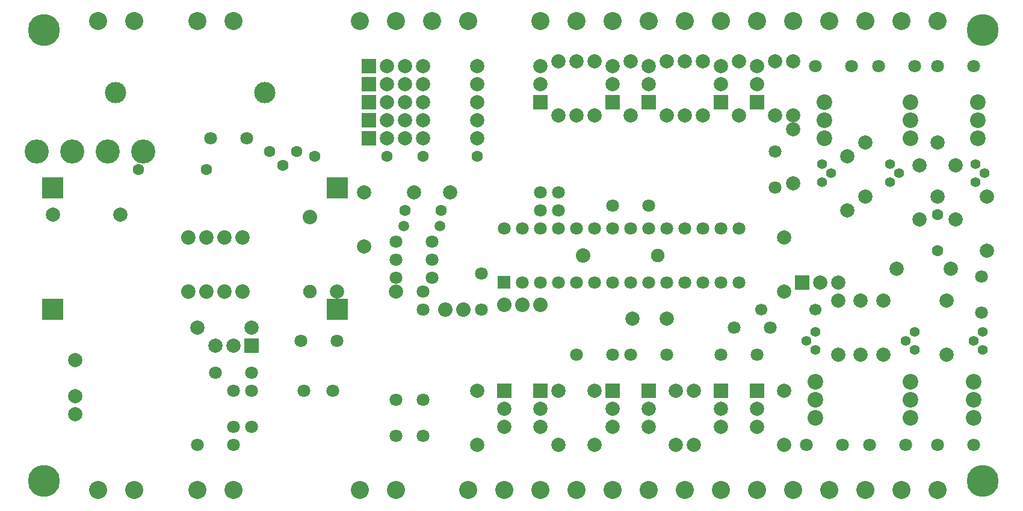
<source format=gbr>
%FSLAX34Y34*%
%MOMM*%
%LNCOPPER_TOP*%
G71*
G01*
%ADD10C, 4.50*%
%ADD11C, 1.80*%
%ADD12C, 2.54*%
%ADD13C, 2.00*%
%ADD14C, 2.03*%
%ADD15C, 1.91*%
%ADD16C, 2.04*%
%ADD17C, 1.80*%
%ADD18C, 2.00*%
%ADD19C, 1.60*%
%ADD20C, 1.50*%
%ADD21C, 2.04*%
%ADD22C, 1.70*%
%ADD23C, 3.00*%
%ADD24C, 3.40*%
%ADD25C, 2.00*%
%ADD26C, 2.20*%
%ADD27C, 1.40*%
%LPD*%
X88900Y-107950D02*
G54D10*
D03*
X88900Y-742950D02*
G54D10*
D03*
X1409700Y-107950D02*
G54D10*
D03*
X1409700Y-742950D02*
G54D10*
D03*
G36*
X86600Y-315200D02*
X116600Y-315200D01*
X116600Y-345200D01*
X86600Y-345200D01*
X86600Y-315200D01*
G37*
G36*
X86600Y-486650D02*
X116600Y-486650D01*
X116600Y-516650D01*
X86600Y-516650D01*
X86600Y-486650D01*
G37*
G36*
X486650Y-486650D02*
X516650Y-486650D01*
X516650Y-516650D01*
X486650Y-516650D01*
X486650Y-486650D01*
G37*
G36*
X486650Y-315200D02*
X516650Y-315200D01*
X516650Y-345200D01*
X486650Y-345200D01*
X486650Y-315200D01*
G37*
G36*
X727600Y-454550D02*
X745600Y-454550D01*
X745600Y-472550D01*
X727600Y-472550D01*
X727600Y-454550D01*
G37*
X762000Y-463550D02*
G54D11*
D03*
X787400Y-463550D02*
G54D11*
D03*
X812800Y-463550D02*
G54D11*
D03*
X838200Y-463550D02*
G54D11*
D03*
X863600Y-463550D02*
G54D11*
D03*
X889000Y-463550D02*
G54D11*
D03*
X914400Y-463550D02*
G54D11*
D03*
X939800Y-463550D02*
G54D11*
D03*
X965200Y-463550D02*
G54D11*
D03*
X990600Y-463550D02*
G54D11*
D03*
X1016000Y-463550D02*
G54D11*
D03*
X1041400Y-463550D02*
G54D11*
D03*
X1066800Y-463550D02*
G54D11*
D03*
X1066800Y-387350D02*
G54D11*
D03*
X1041400Y-387350D02*
G54D11*
D03*
X1016000Y-387350D02*
G54D11*
D03*
X990600Y-387350D02*
G54D11*
D03*
X965200Y-387350D02*
G54D11*
D03*
X939800Y-387350D02*
G54D11*
D03*
X914400Y-387350D02*
G54D11*
D03*
X889000Y-387350D02*
G54D11*
D03*
X863600Y-387350D02*
G54D11*
D03*
X838200Y-387350D02*
G54D11*
D03*
X812800Y-387350D02*
G54D11*
D03*
X787400Y-387350D02*
G54D11*
D03*
X762000Y-387350D02*
G54D11*
D03*
X736600Y-387350D02*
G54D11*
D03*
X215900Y-755650D02*
G54D12*
D03*
X165100Y-755650D02*
G54D12*
D03*
X165100Y-95250D02*
G54D12*
D03*
X215900Y-95250D02*
G54D12*
D03*
X304800Y-95250D02*
G54D12*
D03*
X355600Y-95250D02*
G54D12*
D03*
X1295400Y-755650D02*
G54D12*
D03*
X1244600Y-755650D02*
G54D12*
D03*
X1346200Y-755650D02*
G54D12*
D03*
X1143000Y-755650D02*
G54D12*
D03*
X1092200Y-755650D02*
G54D12*
D03*
X1193800Y-755650D02*
G54D12*
D03*
X990600Y-755650D02*
G54D12*
D03*
X939800Y-755650D02*
G54D12*
D03*
X1041400Y-755650D02*
G54D12*
D03*
X838200Y-755650D02*
G54D12*
D03*
X787400Y-755650D02*
G54D12*
D03*
X889000Y-755650D02*
G54D12*
D03*
X584200Y-755650D02*
G54D12*
D03*
X533400Y-755650D02*
G54D12*
D03*
X355600Y-755650D02*
G54D12*
D03*
X304800Y-755650D02*
G54D12*
D03*
X133320Y-649319D02*
G54D13*
D03*
X133320Y-573119D02*
G54D13*
D03*
X368300Y-476250D02*
G54D14*
D03*
X342900Y-476250D02*
G54D14*
D03*
X317500Y-476250D02*
G54D14*
D03*
X292100Y-476250D02*
G54D14*
D03*
X368300Y-400050D02*
G54D14*
D03*
X342900Y-400050D02*
G54D14*
D03*
X317500Y-400050D02*
G54D14*
D03*
X292100Y-400050D02*
G54D14*
D03*
X463550Y-476250D02*
G54D15*
D03*
X463550Y-371475D02*
G54D16*
D03*
X304800Y-527050D02*
G54D13*
D03*
X381000Y-527050D02*
G54D13*
D03*
X304800Y-692150D02*
G54D17*
D03*
X355600Y-692150D02*
G54D17*
D03*
X330200Y-590550D02*
G54D17*
D03*
X381000Y-590550D02*
G54D17*
D03*
X381000Y-666750D02*
G54D17*
D03*
X381000Y-615950D02*
G54D17*
D03*
X355600Y-615950D02*
G54D17*
D03*
X355600Y-666750D02*
G54D17*
D03*
G36*
X391000Y-562450D02*
X371000Y-562450D01*
X371000Y-542450D01*
X391000Y-542450D01*
X391000Y-562450D01*
G37*
X355600Y-552450D02*
G54D18*
D03*
X330200Y-552450D02*
G54D18*
D03*
X450850Y-546100D02*
G54D17*
D03*
X501650Y-546100D02*
G54D17*
D03*
X495300Y-615950D02*
G54D17*
D03*
X455300Y-615950D02*
G54D17*
D03*
G36*
X746600Y-605950D02*
X746600Y-625950D01*
X726600Y-625950D01*
X726600Y-605950D01*
X746600Y-605950D01*
G37*
X736600Y-641350D02*
G54D18*
D03*
X736600Y-666750D02*
G54D18*
D03*
G36*
X797400Y-605950D02*
X797400Y-625950D01*
X777400Y-625950D01*
X777400Y-605950D01*
X797400Y-605950D01*
G37*
X787400Y-641350D02*
G54D18*
D03*
X787400Y-666750D02*
G54D18*
D03*
G36*
X899000Y-605950D02*
X899000Y-625950D01*
X879000Y-625950D01*
X879000Y-605950D01*
X899000Y-605950D01*
G37*
X889000Y-641350D02*
G54D18*
D03*
X889000Y-666750D02*
G54D18*
D03*
G36*
X949800Y-605950D02*
X949800Y-625950D01*
X929800Y-625950D01*
X929800Y-605950D01*
X949800Y-605950D01*
G37*
X939800Y-641350D02*
G54D18*
D03*
X939800Y-666750D02*
G54D18*
D03*
G36*
X1051400Y-605950D02*
X1051400Y-625950D01*
X1031400Y-625950D01*
X1031400Y-605950D01*
X1051400Y-605950D01*
G37*
X1041400Y-641350D02*
G54D18*
D03*
X1041400Y-666750D02*
G54D18*
D03*
G36*
X1102200Y-605950D02*
X1102200Y-625950D01*
X1082200Y-625950D01*
X1082200Y-605950D01*
X1102200Y-605950D01*
G37*
X1092200Y-641350D02*
G54D18*
D03*
X1092200Y-666750D02*
G54D18*
D03*
X698500Y-692150D02*
G54D13*
D03*
X698500Y-615950D02*
G54D13*
D03*
X812800Y-615950D02*
G54D13*
D03*
X812800Y-692150D02*
G54D13*
D03*
X863600Y-615950D02*
G54D13*
D03*
X863600Y-692150D02*
G54D13*
D03*
X977900Y-615950D02*
G54D13*
D03*
X977900Y-692150D02*
G54D13*
D03*
X1003300Y-615950D02*
G54D13*
D03*
X1003300Y-692150D02*
G54D13*
D03*
X1130300Y-615950D02*
G54D13*
D03*
X1130300Y-692150D02*
G54D13*
D03*
X622300Y-628650D02*
G54D17*
D03*
X622300Y-679450D02*
G54D17*
D03*
X584200Y-628650D02*
G54D17*
D03*
X584200Y-679450D02*
G54D17*
D03*
X838200Y-565150D02*
G54D17*
D03*
X889000Y-565150D02*
G54D17*
D03*
X914400Y-565150D02*
G54D17*
D03*
X965200Y-565150D02*
G54D17*
D03*
X965200Y-514350D02*
G54D13*
D03*
X916800Y-514350D02*
G54D13*
D03*
X1041400Y-565150D02*
G54D17*
D03*
X1092200Y-565150D02*
G54D17*
D03*
X1060450Y-527050D02*
G54D17*
D03*
X1111250Y-527050D02*
G54D17*
D03*
X1295400Y-95250D02*
G54D12*
D03*
X1346200Y-95250D02*
G54D12*
D03*
X1244600Y-95250D02*
G54D12*
D03*
X1143000Y-95250D02*
G54D12*
D03*
X1193800Y-95250D02*
G54D12*
D03*
X1092200Y-95250D02*
G54D12*
D03*
X990600Y-95250D02*
G54D12*
D03*
X1041400Y-95250D02*
G54D12*
D03*
X939800Y-95250D02*
G54D12*
D03*
X838200Y-95250D02*
G54D12*
D03*
X889000Y-95250D02*
G54D12*
D03*
X787400Y-95250D02*
G54D12*
D03*
X533400Y-95250D02*
G54D12*
D03*
X584200Y-95250D02*
G54D12*
D03*
X1346130Y-368380D02*
G54D19*
D03*
X1346130Y-419180D02*
G54D19*
D03*
G36*
X1082200Y-219550D02*
X1082200Y-199550D01*
X1102200Y-199550D01*
X1102200Y-219550D01*
X1082200Y-219550D01*
G37*
X1092200Y-184150D02*
G54D18*
D03*
X1092200Y-158750D02*
G54D18*
D03*
G36*
X1031400Y-219550D02*
X1031400Y-199550D01*
X1051400Y-199550D01*
X1051400Y-219550D01*
X1031400Y-219550D01*
G37*
X1041400Y-184150D02*
G54D18*
D03*
X1041400Y-158750D02*
G54D18*
D03*
G36*
X929800Y-219550D02*
X929800Y-199550D01*
X949800Y-199550D01*
X949800Y-219550D01*
X929800Y-219550D01*
G37*
X939800Y-184150D02*
G54D18*
D03*
X939800Y-158750D02*
G54D18*
D03*
G36*
X879000Y-219550D02*
X879000Y-199550D01*
X899000Y-199550D01*
X899000Y-219550D01*
X879000Y-219550D01*
G37*
X889000Y-184150D02*
G54D18*
D03*
X889000Y-158750D02*
G54D18*
D03*
G36*
X777400Y-219550D02*
X777400Y-199550D01*
X797400Y-199550D01*
X797400Y-219550D01*
X777400Y-219550D01*
G37*
X787400Y-184150D02*
G54D18*
D03*
X787400Y-158750D02*
G54D18*
D03*
X1117600Y-152400D02*
G54D13*
D03*
X1117600Y-228600D02*
G54D13*
D03*
X1143000Y-152400D02*
G54D13*
D03*
X1143000Y-228600D02*
G54D13*
D03*
X1066800Y-152400D02*
G54D13*
D03*
X1066800Y-228600D02*
G54D13*
D03*
X1016000Y-152400D02*
G54D13*
D03*
X1016000Y-228600D02*
G54D13*
D03*
X965200Y-152400D02*
G54D13*
D03*
X965200Y-228600D02*
G54D13*
D03*
X990600Y-152400D02*
G54D13*
D03*
X990600Y-228600D02*
G54D13*
D03*
X914400Y-152400D02*
G54D13*
D03*
X914400Y-228600D02*
G54D13*
D03*
X863600Y-152400D02*
G54D13*
D03*
X863600Y-228600D02*
G54D13*
D03*
X838200Y-152400D02*
G54D13*
D03*
X838200Y-228600D02*
G54D13*
D03*
X812800Y-152400D02*
G54D13*
D03*
X812800Y-228600D02*
G54D13*
D03*
G36*
X536100Y-148750D02*
X556100Y-148750D01*
X556100Y-168750D01*
X536100Y-168750D01*
X536100Y-148750D01*
G37*
X571500Y-158750D02*
G54D18*
D03*
X596900Y-158750D02*
G54D18*
D03*
G36*
X536100Y-174150D02*
X556100Y-174150D01*
X556100Y-194150D01*
X536100Y-194150D01*
X536100Y-174150D01*
G37*
X571500Y-184150D02*
G54D18*
D03*
X596900Y-184150D02*
G54D18*
D03*
G36*
X536100Y-199550D02*
X556100Y-199550D01*
X556100Y-219550D01*
X536100Y-219550D01*
X536100Y-199550D01*
G37*
X571500Y-209550D02*
G54D18*
D03*
X596900Y-209550D02*
G54D18*
D03*
G36*
X536100Y-224950D02*
X556100Y-224950D01*
X556100Y-244950D01*
X536100Y-244950D01*
X536100Y-224950D01*
G37*
X571500Y-234950D02*
G54D18*
D03*
X596900Y-234950D02*
G54D18*
D03*
G36*
X536100Y-250350D02*
X556100Y-250350D01*
X556100Y-270350D01*
X536100Y-270350D01*
X536100Y-250350D01*
G37*
X571500Y-260350D02*
G54D18*
D03*
X596900Y-260350D02*
G54D18*
D03*
X622300Y-158750D02*
G54D13*
D03*
X698500Y-158750D02*
G54D13*
D03*
X622300Y-184150D02*
G54D13*
D03*
X698500Y-184150D02*
G54D13*
D03*
X622300Y-209550D02*
G54D13*
D03*
X698500Y-209550D02*
G54D13*
D03*
X622300Y-234950D02*
G54D13*
D03*
X698500Y-234950D02*
G54D13*
D03*
X622300Y-260350D02*
G54D13*
D03*
X698500Y-260350D02*
G54D13*
D03*
X1143000Y-247650D02*
G54D13*
D03*
X1143000Y-323850D02*
G54D13*
D03*
X1117600Y-279400D02*
G54D17*
D03*
X1117600Y-330200D02*
G54D17*
D03*
X812800Y-336550D02*
G54D17*
D03*
X812800Y-361950D02*
G54D17*
D03*
X787400Y-361950D02*
G54D17*
D03*
X787400Y-336550D02*
G54D17*
D03*
X609600Y-336550D02*
G54D13*
D03*
X660400Y-336550D02*
G54D13*
D03*
X595312Y-384175D02*
G54D20*
D03*
X646112Y-384175D02*
G54D20*
D03*
X596900Y-361950D02*
G54D19*
D03*
X647700Y-361950D02*
G54D19*
D03*
X584200Y-406400D02*
G54D17*
D03*
X635000Y-406400D02*
G54D17*
D03*
X584200Y-431800D02*
G54D17*
D03*
X635000Y-431800D02*
G54D17*
D03*
X584200Y-457200D02*
G54D17*
D03*
X635000Y-457200D02*
G54D17*
D03*
X952500Y-425450D02*
G54D15*
D03*
X847725Y-425450D02*
G54D16*
D03*
X584200Y-476250D02*
G54D13*
D03*
X501650Y-476250D02*
G54D13*
D03*
X889000Y-355600D02*
G54D17*
D03*
X939800Y-355600D02*
G54D17*
D03*
X133320Y-623919D02*
G54D13*
D03*
X635000Y-95250D02*
G54D12*
D03*
X685800Y-95250D02*
G54D12*
D03*
X736600Y-755650D02*
G54D12*
D03*
X685800Y-755650D02*
G54D12*
D03*
X787400Y-495300D02*
G54D21*
D03*
X762000Y-495300D02*
G54D21*
D03*
X736442Y-495342D02*
G54D21*
D03*
X704850Y-450850D02*
G54D17*
D03*
X704850Y-501650D02*
G54D17*
D03*
X679450Y-501650D02*
G54D21*
D03*
X654050Y-501650D02*
G54D21*
D03*
X1098550Y-501650D02*
G54D22*
D03*
X1174750Y-501650D02*
G54D22*
D03*
G36*
X1145700Y-453550D02*
X1165700Y-453550D01*
X1165700Y-473550D01*
X1145700Y-473550D01*
X1145700Y-453550D01*
G37*
X1181100Y-463550D02*
G54D18*
D03*
X1206500Y-463550D02*
G54D18*
D03*
X190088Y-195900D02*
G54D23*
D03*
X399638Y-195900D02*
G54D23*
D03*
X228600Y-279400D02*
G54D24*
D03*
X178600Y-279400D02*
G54D24*
D03*
X128600Y-279400D02*
G54D24*
D03*
X78600Y-279400D02*
G54D24*
D03*
X101600Y-368300D02*
G54D25*
D03*
X196850Y-368300D02*
G54D25*
D03*
X622300Y-501650D02*
G54D17*
D03*
X622300Y-476250D02*
G54D17*
D03*
X1403350Y-260350D02*
G54D26*
D03*
X1403350Y-234950D02*
G54D26*
D03*
X1403350Y-209550D02*
G54D26*
D03*
X1187450Y-260350D02*
G54D26*
D03*
X1187450Y-234950D02*
G54D26*
D03*
X1187450Y-209550D02*
G54D26*
D03*
X1308100Y-260350D02*
G54D26*
D03*
X1308100Y-234950D02*
G54D26*
D03*
X1308100Y-209550D02*
G54D26*
D03*
X1225550Y-158750D02*
G54D17*
D03*
X1174750Y-158750D02*
G54D17*
D03*
X1263650Y-158750D02*
G54D17*
D03*
X1314450Y-158750D02*
G54D17*
D03*
X1346200Y-158750D02*
G54D17*
D03*
X1397000Y-158750D02*
G54D17*
D03*
X1219200Y-285750D02*
G54D13*
D03*
X1219200Y-361950D02*
G54D13*
D03*
X1244600Y-342900D02*
G54D13*
D03*
X1244600Y-266700D02*
G54D13*
D03*
X1184064Y-297250D02*
G54D27*
D03*
X1196763Y-309950D02*
G54D27*
D03*
X1184063Y-322650D02*
G54D27*
D03*
X1279314Y-297249D02*
G54D27*
D03*
X1292014Y-309950D02*
G54D27*
D03*
X1279314Y-322650D02*
G54D27*
D03*
X698500Y-285750D02*
G54D19*
D03*
X622300Y-285750D02*
G54D19*
D03*
X571500Y-285750D02*
G54D19*
D03*
X1320800Y-374650D02*
G54D13*
D03*
X1320800Y-298450D02*
G54D13*
D03*
X1346200Y-342900D02*
G54D13*
D03*
X1346200Y-266700D02*
G54D13*
D03*
X1399964Y-297249D02*
G54D27*
D03*
X1412664Y-309950D02*
G54D27*
D03*
X1399964Y-322650D02*
G54D27*
D03*
X1371600Y-374650D02*
G54D13*
D03*
X1371600Y-298450D02*
G54D13*
D03*
X1416050Y-419100D02*
G54D13*
D03*
X1416050Y-342900D02*
G54D13*
D03*
X1174750Y-603250D02*
G54D26*
D03*
X1174750Y-628650D02*
G54D26*
D03*
X1174750Y-654050D02*
G54D26*
D03*
X1397000Y-603250D02*
G54D26*
D03*
X1397000Y-628650D02*
G54D26*
D03*
X1397000Y-654050D02*
G54D26*
D03*
X1308100Y-603250D02*
G54D26*
D03*
X1308100Y-628650D02*
G54D26*
D03*
X1308100Y-654050D02*
G54D26*
D03*
X1212850Y-692150D02*
G54D17*
D03*
X1162050Y-692150D02*
G54D17*
D03*
X1250950Y-692150D02*
G54D17*
D03*
X1301750Y-692150D02*
G54D17*
D03*
X1346200Y-692150D02*
G54D17*
D03*
X1397000Y-692150D02*
G54D17*
D03*
X1174750Y-558800D02*
G54D27*
D03*
X1162050Y-546100D02*
G54D27*
D03*
X1174750Y-533400D02*
G54D27*
D03*
X1314450Y-558800D02*
G54D27*
D03*
X1301750Y-546100D02*
G54D27*
D03*
X1314450Y-533400D02*
G54D27*
D03*
X1409700Y-558800D02*
G54D27*
D03*
X1397000Y-546100D02*
G54D27*
D03*
X1409700Y-533400D02*
G54D27*
D03*
X1206500Y-565150D02*
G54D13*
D03*
X1206500Y-488950D02*
G54D13*
D03*
X1358900Y-565150D02*
G54D13*
D03*
X1358900Y-488950D02*
G54D13*
D03*
X1130300Y-476250D02*
G54D13*
D03*
X1130300Y-400050D02*
G54D13*
D03*
X1238250Y-565150D02*
G54D13*
D03*
X1238250Y-488950D02*
G54D13*
D03*
X1270000Y-565150D02*
G54D13*
D03*
X1270000Y-488950D02*
G54D13*
D03*
X1365250Y-444500D02*
G54D13*
D03*
X1289050Y-444500D02*
G54D13*
D03*
X469900Y-285750D02*
G54D19*
D03*
X1408130Y-455675D02*
G54D17*
D03*
X1408130Y-506475D02*
G54D17*
D03*
X406400Y-279400D02*
G54D19*
D03*
X444500Y-279400D02*
G54D19*
D03*
X425450Y-298450D02*
G54D19*
D03*
X222250Y-304800D02*
G54D19*
D03*
X317500Y-304800D02*
G54D19*
D03*
X323850Y-260350D02*
G54D17*
D03*
X374650Y-260350D02*
G54D17*
D03*
X539750Y-336550D02*
G54D13*
D03*
X539750Y-412750D02*
G54D13*
D03*
M02*

</source>
